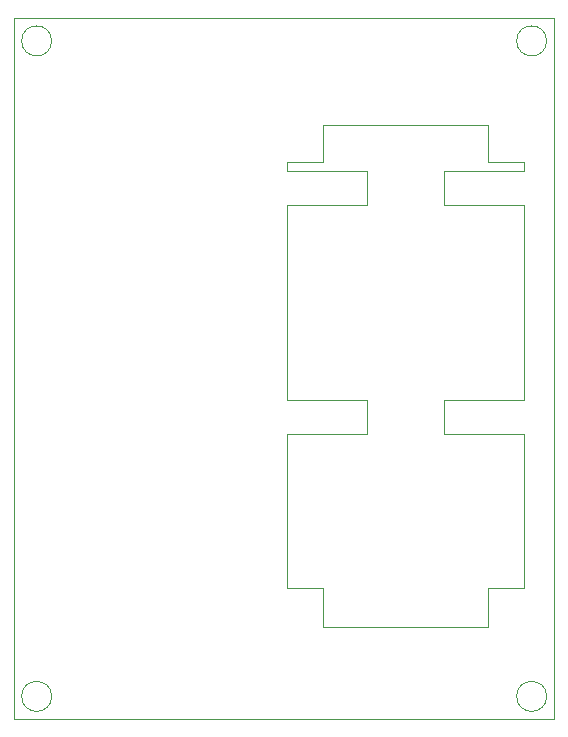
<source format=gbr>
%TF.GenerationSoftware,KiCad,Pcbnew,(6.0.10)*%
%TF.CreationDate,2023-01-30T20:49:18+09:00*%
%TF.ProjectId,rasp_power_module,72617370-5f70-46f7-9765-725f6d6f6475,2*%
%TF.SameCoordinates,PX74269e8PY6f4e628*%
%TF.FileFunction,Profile,NP*%
%FSLAX46Y46*%
G04 Gerber Fmt 4.6, Leading zero omitted, Abs format (unit mm)*
G04 Created by KiCad (PCBNEW (6.0.10)) date 2023-01-30 20:49:18*
%MOMM*%
%LPD*%
G01*
G04 APERTURE LIST*
%TA.AperFunction,Profile*%
%ADD10C,0.100000*%
%TD*%
G04 APERTURE END LIST*
D10*
X45085000Y57404000D02*
G75*
G03*
X45085000Y57404000I-1270000J0D01*
G01*
X45085000Y1905000D02*
G75*
G03*
X45085000Y1905000I-1270000J0D01*
G01*
X40106600Y47167800D02*
X43205400Y47167800D01*
X43205400Y46383807D01*
X36423600Y46383807D01*
X36423600Y43537440D01*
X43205400Y43537440D01*
X43205400Y27000200D01*
X36372800Y27000200D01*
X36372800Y24077361D01*
X43154600Y24077361D01*
X43154600Y11099800D01*
X40106600Y11099800D01*
X40106600Y7797800D01*
X26187400Y7797800D01*
X26187400Y11099800D01*
X23139400Y11099800D01*
X23139400Y24079454D01*
X29895800Y24079454D01*
X29895800Y27000200D01*
X23088600Y27000200D01*
X23088600Y43538340D01*
X29895800Y43538340D01*
X29895800Y46383807D01*
X23088600Y46383807D01*
X23088600Y47167800D01*
X26187400Y47167800D01*
X26187400Y50317400D01*
X40106600Y50317400D01*
X40106600Y47167800D01*
X3175000Y57404000D02*
G75*
G03*
X3175000Y57404000I-1270000J0D01*
G01*
X3175000Y1905000D02*
G75*
G03*
X3175000Y1905000I-1270000J0D01*
G01*
X45720000Y59309000D02*
X0Y59309000D01*
X0Y59309000D02*
X0Y0D01*
X0Y0D02*
X45720000Y0D01*
X45720000Y0D02*
X45720000Y59309000D01*
M02*

</source>
